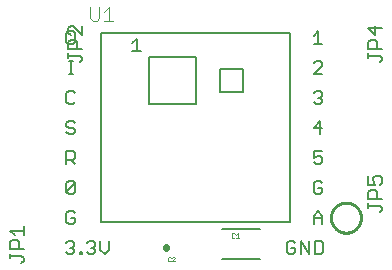
<source format=gbr>
G04 EAGLE Gerber RS-274X export*
G75*
%MOMM*%
%FSLAX34Y34*%
%LPD*%
%INSilkscreen Top*%
%IPPOS*%
%AMOC8*
5,1,8,0,0,1.08239X$1,22.5*%
G01*
%ADD10C,0.203200*%
%ADD11C,0.254000*%
%ADD12C,0.101600*%
%ADD13C,0.558800*%
%ADD14C,0.025400*%
%ADD15C,0.127000*%


D10*
X29591Y16264D02*
X31371Y18043D01*
X34930Y18043D01*
X36709Y16264D01*
X36709Y14484D01*
X34930Y12705D01*
X33150Y12705D01*
X34930Y12705D02*
X36709Y10925D01*
X36709Y9146D01*
X34930Y7366D01*
X31371Y7366D01*
X29591Y9146D01*
X41285Y9146D02*
X41285Y7366D01*
X41285Y9146D02*
X43064Y9146D01*
X43064Y7366D01*
X41285Y7366D01*
X47132Y16264D02*
X48911Y18043D01*
X52471Y18043D01*
X54250Y16264D01*
X54250Y14484D01*
X52471Y12705D01*
X50691Y12705D01*
X52471Y12705D02*
X54250Y10925D01*
X54250Y9146D01*
X52471Y7366D01*
X48911Y7366D01*
X47132Y9146D01*
X58826Y10925D02*
X58826Y18043D01*
X58826Y10925D02*
X62385Y7366D01*
X65944Y10925D01*
X65944Y18043D01*
X222098Y18043D02*
X223877Y16264D01*
X222098Y18043D02*
X218539Y18043D01*
X216759Y16264D01*
X216759Y9146D01*
X218539Y7366D01*
X222098Y7366D01*
X223877Y9146D01*
X223877Y12705D01*
X220318Y12705D01*
X228453Y18043D02*
X228453Y7366D01*
X235571Y7366D02*
X228453Y18043D01*
X235571Y18043D02*
X235571Y7366D01*
X240147Y7366D02*
X240147Y18043D01*
X240147Y7366D02*
X245486Y7366D01*
X247265Y9146D01*
X247265Y16264D01*
X245486Y18043D01*
X240147Y18043D01*
X239644Y32766D02*
X239644Y39884D01*
X243203Y43443D01*
X246762Y39884D01*
X246762Y32766D01*
X246762Y38105D02*
X239644Y38105D01*
X37212Y117864D02*
X35433Y119643D01*
X31874Y119643D01*
X30094Y117864D01*
X30094Y116084D01*
X31874Y114305D01*
X35433Y114305D01*
X37212Y112525D01*
X37212Y110746D01*
X35433Y108966D01*
X31874Y108966D01*
X30094Y110746D01*
X32043Y159766D02*
X35602Y159766D01*
X33823Y159766D02*
X33823Y170443D01*
X35602Y170443D02*
X32043Y170443D01*
X31874Y195843D02*
X35433Y195843D01*
X31874Y195843D02*
X30094Y194064D01*
X30094Y186946D01*
X31874Y185166D01*
X35433Y185166D01*
X37212Y186946D01*
X37212Y194064D01*
X35433Y195843D01*
X35433Y145043D02*
X37212Y143264D01*
X35433Y145043D02*
X31874Y145043D01*
X30094Y143264D01*
X30094Y136146D01*
X31874Y134366D01*
X35433Y134366D01*
X37212Y136146D01*
X30094Y67064D02*
X30094Y59946D01*
X30094Y67064D02*
X31874Y68843D01*
X35433Y68843D01*
X37212Y67064D01*
X37212Y59946D01*
X35433Y58166D01*
X31874Y58166D01*
X30094Y59946D01*
X37212Y67064D01*
X239644Y192284D02*
X243203Y195843D01*
X243203Y185166D01*
X239644Y185166D02*
X246762Y185166D01*
X246762Y159766D02*
X239644Y159766D01*
X246762Y166884D01*
X246762Y168664D01*
X244983Y170443D01*
X241424Y170443D01*
X239644Y168664D01*
X241424Y145043D02*
X239644Y143264D01*
X241424Y145043D02*
X244983Y145043D01*
X246762Y143264D01*
X246762Y141484D01*
X244983Y139705D01*
X243203Y139705D01*
X244983Y139705D02*
X246762Y137925D01*
X246762Y136146D01*
X244983Y134366D01*
X241424Y134366D01*
X239644Y136146D01*
X244983Y119643D02*
X244983Y108966D01*
X239644Y114305D02*
X244983Y119643D01*
X246762Y114305D02*
X239644Y114305D01*
X239644Y94243D02*
X246762Y94243D01*
X239644Y94243D02*
X239644Y88905D01*
X243203Y90684D01*
X244983Y90684D01*
X246762Y88905D01*
X246762Y85346D01*
X244983Y83566D01*
X241424Y83566D01*
X239644Y85346D01*
X30094Y83566D02*
X30094Y94243D01*
X35433Y94243D01*
X37212Y92464D01*
X37212Y88905D01*
X35433Y87125D01*
X30094Y87125D01*
X33653Y87125D02*
X37212Y83566D01*
D11*
X254000Y38100D02*
X254004Y38412D01*
X254015Y38723D01*
X254034Y39034D01*
X254061Y39345D01*
X254096Y39655D01*
X254137Y39963D01*
X254187Y40271D01*
X254244Y40578D01*
X254309Y40883D01*
X254381Y41186D01*
X254460Y41487D01*
X254547Y41787D01*
X254641Y42084D01*
X254742Y42379D01*
X254851Y42671D01*
X254967Y42960D01*
X255090Y43247D01*
X255219Y43530D01*
X255356Y43810D01*
X255500Y44087D01*
X255650Y44360D01*
X255807Y44629D01*
X255970Y44894D01*
X256140Y45156D01*
X256317Y45413D01*
X256499Y45665D01*
X256688Y45913D01*
X256883Y46157D01*
X257083Y46395D01*
X257290Y46629D01*
X257502Y46857D01*
X257720Y47080D01*
X257943Y47298D01*
X258171Y47510D01*
X258405Y47717D01*
X258643Y47917D01*
X258887Y48112D01*
X259135Y48301D01*
X259387Y48483D01*
X259644Y48660D01*
X259906Y48830D01*
X260171Y48993D01*
X260440Y49150D01*
X260713Y49300D01*
X260990Y49444D01*
X261270Y49581D01*
X261553Y49710D01*
X261840Y49833D01*
X262129Y49949D01*
X262421Y50058D01*
X262716Y50159D01*
X263013Y50253D01*
X263313Y50340D01*
X263614Y50419D01*
X263917Y50491D01*
X264222Y50556D01*
X264529Y50613D01*
X264837Y50663D01*
X265145Y50704D01*
X265455Y50739D01*
X265766Y50766D01*
X266077Y50785D01*
X266388Y50796D01*
X266700Y50800D01*
X267012Y50796D01*
X267323Y50785D01*
X267634Y50766D01*
X267945Y50739D01*
X268255Y50704D01*
X268563Y50663D01*
X268871Y50613D01*
X269178Y50556D01*
X269483Y50491D01*
X269786Y50419D01*
X270087Y50340D01*
X270387Y50253D01*
X270684Y50159D01*
X270979Y50058D01*
X271271Y49949D01*
X271560Y49833D01*
X271847Y49710D01*
X272130Y49581D01*
X272410Y49444D01*
X272687Y49300D01*
X272960Y49150D01*
X273229Y48993D01*
X273494Y48830D01*
X273756Y48660D01*
X274013Y48483D01*
X274265Y48301D01*
X274513Y48112D01*
X274757Y47917D01*
X274995Y47717D01*
X275229Y47510D01*
X275457Y47298D01*
X275680Y47080D01*
X275898Y46857D01*
X276110Y46629D01*
X276317Y46395D01*
X276517Y46157D01*
X276712Y45913D01*
X276901Y45665D01*
X277083Y45413D01*
X277260Y45156D01*
X277430Y44894D01*
X277593Y44629D01*
X277750Y44360D01*
X277900Y44087D01*
X278044Y43810D01*
X278181Y43530D01*
X278310Y43247D01*
X278433Y42960D01*
X278549Y42671D01*
X278658Y42379D01*
X278759Y42084D01*
X278853Y41787D01*
X278940Y41487D01*
X279019Y41186D01*
X279091Y40883D01*
X279156Y40578D01*
X279213Y40271D01*
X279263Y39963D01*
X279304Y39655D01*
X279339Y39345D01*
X279366Y39034D01*
X279385Y38723D01*
X279396Y38412D01*
X279400Y38100D01*
X279396Y37788D01*
X279385Y37477D01*
X279366Y37166D01*
X279339Y36855D01*
X279304Y36545D01*
X279263Y36237D01*
X279213Y35929D01*
X279156Y35622D01*
X279091Y35317D01*
X279019Y35014D01*
X278940Y34713D01*
X278853Y34413D01*
X278759Y34116D01*
X278658Y33821D01*
X278549Y33529D01*
X278433Y33240D01*
X278310Y32953D01*
X278181Y32670D01*
X278044Y32390D01*
X277900Y32113D01*
X277750Y31840D01*
X277593Y31571D01*
X277430Y31306D01*
X277260Y31044D01*
X277083Y30787D01*
X276901Y30535D01*
X276712Y30287D01*
X276517Y30043D01*
X276317Y29805D01*
X276110Y29571D01*
X275898Y29343D01*
X275680Y29120D01*
X275457Y28902D01*
X275229Y28690D01*
X274995Y28483D01*
X274757Y28283D01*
X274513Y28088D01*
X274265Y27899D01*
X274013Y27717D01*
X273756Y27540D01*
X273494Y27370D01*
X273229Y27207D01*
X272960Y27050D01*
X272687Y26900D01*
X272410Y26756D01*
X272130Y26619D01*
X271847Y26490D01*
X271560Y26367D01*
X271271Y26251D01*
X270979Y26142D01*
X270684Y26041D01*
X270387Y25947D01*
X270087Y25860D01*
X269786Y25781D01*
X269483Y25709D01*
X269178Y25644D01*
X268871Y25587D01*
X268563Y25537D01*
X268255Y25496D01*
X267945Y25461D01*
X267634Y25434D01*
X267323Y25415D01*
X267012Y25404D01*
X266700Y25400D01*
X266388Y25404D01*
X266077Y25415D01*
X265766Y25434D01*
X265455Y25461D01*
X265145Y25496D01*
X264837Y25537D01*
X264529Y25587D01*
X264222Y25644D01*
X263917Y25709D01*
X263614Y25781D01*
X263313Y25860D01*
X263013Y25947D01*
X262716Y26041D01*
X262421Y26142D01*
X262129Y26251D01*
X261840Y26367D01*
X261553Y26490D01*
X261270Y26619D01*
X260990Y26756D01*
X260713Y26900D01*
X260440Y27050D01*
X260171Y27207D01*
X259906Y27370D01*
X259644Y27540D01*
X259387Y27717D01*
X259135Y27899D01*
X258887Y28088D01*
X258643Y28283D01*
X258405Y28483D01*
X258171Y28690D01*
X257943Y28902D01*
X257720Y29120D01*
X257502Y29343D01*
X257290Y29571D01*
X257083Y29805D01*
X256883Y30043D01*
X256688Y30287D01*
X256499Y30535D01*
X256317Y30787D01*
X256140Y31044D01*
X255970Y31306D01*
X255807Y31571D01*
X255650Y31840D01*
X255500Y32113D01*
X255356Y32390D01*
X255219Y32670D01*
X255090Y32953D01*
X254967Y33240D01*
X254851Y33529D01*
X254742Y33821D01*
X254641Y34116D01*
X254547Y34413D01*
X254460Y34713D01*
X254381Y35014D01*
X254309Y35317D01*
X254244Y35622D01*
X254187Y35929D01*
X254137Y36237D01*
X254096Y36545D01*
X254061Y36855D01*
X254034Y37166D01*
X254015Y37477D01*
X254004Y37788D01*
X254000Y38100D01*
D10*
X37212Y41664D02*
X35433Y43443D01*
X31874Y43443D01*
X30094Y41664D01*
X30094Y34546D01*
X31874Y32766D01*
X35433Y32766D01*
X37212Y34546D01*
X37212Y38105D01*
X33653Y38105D01*
X244983Y68843D02*
X246762Y67064D01*
X244983Y68843D02*
X241424Y68843D01*
X239644Y67064D01*
X239644Y59946D01*
X241424Y58166D01*
X244983Y58166D01*
X246762Y59946D01*
X246762Y63505D01*
X243203Y63505D01*
X219700Y194300D02*
X59700Y194300D01*
X219700Y194300D02*
X219700Y34300D01*
X59700Y34300D01*
X59700Y194300D01*
X99700Y174300D02*
X99700Y134300D01*
X139700Y134300D01*
X139700Y174300D01*
X99700Y174300D01*
X85866Y185934D02*
X89425Y189493D01*
X89425Y178816D01*
X85866Y178816D02*
X92984Y178816D01*
X159700Y164300D02*
X159700Y144300D01*
X159700Y164300D02*
X179700Y164300D01*
X179700Y144300D01*
X159700Y144300D01*
D12*
X50208Y206757D02*
X50208Y216502D01*
X50208Y206757D02*
X52157Y204808D01*
X56055Y204808D01*
X58004Y206757D01*
X58004Y216502D01*
X61902Y212604D02*
X65800Y216502D01*
X65800Y204808D01*
X61902Y204808D02*
X69698Y204808D01*
D13*
X114300Y13005D02*
X114300Y12395D01*
D14*
X117739Y4956D02*
X118375Y4321D01*
X117739Y4956D02*
X116468Y4956D01*
X115833Y4321D01*
X115833Y1779D01*
X116468Y1143D01*
X117739Y1143D01*
X118375Y1779D01*
X119575Y1143D02*
X122117Y1143D01*
X119575Y1143D02*
X122117Y3685D01*
X122117Y4321D01*
X121482Y4956D01*
X120210Y4956D01*
X119575Y4321D01*
D15*
X295146Y42515D02*
X297053Y44422D01*
X297053Y46328D01*
X295146Y48235D01*
X285613Y48235D01*
X285613Y46328D02*
X285613Y50142D01*
X285613Y54209D02*
X297053Y54209D01*
X285613Y54209D02*
X285613Y59929D01*
X287520Y61836D01*
X291333Y61836D01*
X293240Y59929D01*
X293240Y54209D01*
X285613Y65903D02*
X285613Y73529D01*
X285613Y65903D02*
X291333Y65903D01*
X289427Y69716D01*
X289427Y71623D01*
X291333Y73529D01*
X295146Y73529D01*
X297053Y71623D01*
X297053Y67810D01*
X295146Y65903D01*
X-6223Y1780D02*
X-8130Y-127D01*
X-6223Y1780D02*
X-6223Y3686D01*
X-8130Y5593D01*
X-17663Y5593D01*
X-17663Y3686D02*
X-17663Y7500D01*
X-17663Y11567D02*
X-6223Y11567D01*
X-17663Y11567D02*
X-17663Y17287D01*
X-15756Y19193D01*
X-11943Y19193D01*
X-10036Y17287D01*
X-10036Y11567D01*
X-13850Y23261D02*
X-17663Y27074D01*
X-6223Y27074D01*
X-6223Y23261D02*
X-6223Y30887D01*
X41146Y169515D02*
X43053Y171422D01*
X43053Y173328D01*
X41146Y175235D01*
X31613Y175235D01*
X31613Y173328D02*
X31613Y177142D01*
X31613Y181209D02*
X43053Y181209D01*
X31613Y181209D02*
X31613Y186929D01*
X33520Y188836D01*
X37333Y188836D01*
X39240Y186929D01*
X39240Y181209D01*
X43053Y192903D02*
X43053Y200529D01*
X43053Y192903D02*
X35427Y200529D01*
X33520Y200529D01*
X31613Y198623D01*
X31613Y194810D01*
X33520Y192903D01*
X295146Y169515D02*
X297053Y171422D01*
X297053Y173328D01*
X295146Y175235D01*
X285613Y175235D01*
X285613Y173328D02*
X285613Y177142D01*
X285613Y181209D02*
X297053Y181209D01*
X285613Y181209D02*
X285613Y186929D01*
X287520Y188836D01*
X291333Y188836D01*
X293240Y186929D01*
X293240Y181209D01*
X297053Y198623D02*
X285613Y198623D01*
X291333Y192903D01*
X291333Y200529D01*
D10*
X193800Y28875D02*
X161800Y28875D01*
X161800Y2875D02*
X193800Y2875D01*
D14*
X172469Y24180D02*
X171834Y24815D01*
X170563Y24815D01*
X169927Y24180D01*
X169927Y21638D01*
X170563Y21002D01*
X171834Y21002D01*
X172469Y21638D01*
X173669Y23544D02*
X174940Y24815D01*
X174940Y21002D01*
X173669Y21002D02*
X176211Y21002D01*
M02*

</source>
